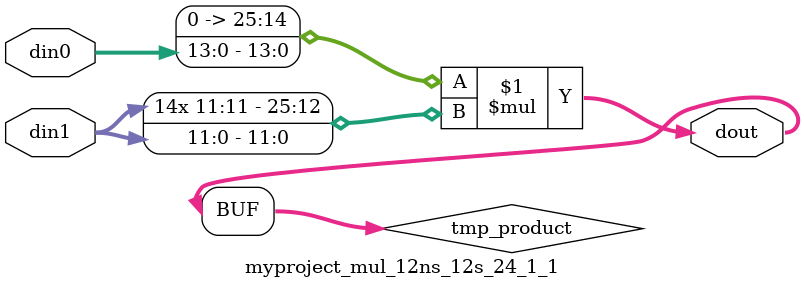
<source format=v>

`timescale 1 ns / 1 ps

 module myproject_mul_12ns_12s_24_1_1(din0, din1, dout);
parameter ID = 1;
parameter NUM_STAGE = 0;
parameter din0_WIDTH = 14;
parameter din1_WIDTH = 12;
parameter dout_WIDTH = 26;

input [din0_WIDTH - 1 : 0] din0; 
input [din1_WIDTH - 1 : 0] din1; 
output [dout_WIDTH - 1 : 0] dout;

wire signed [dout_WIDTH - 1 : 0] tmp_product;

























assign tmp_product = $signed({1'b0, din0}) * $signed(din1);










assign dout = tmp_product;





















endmodule

</source>
